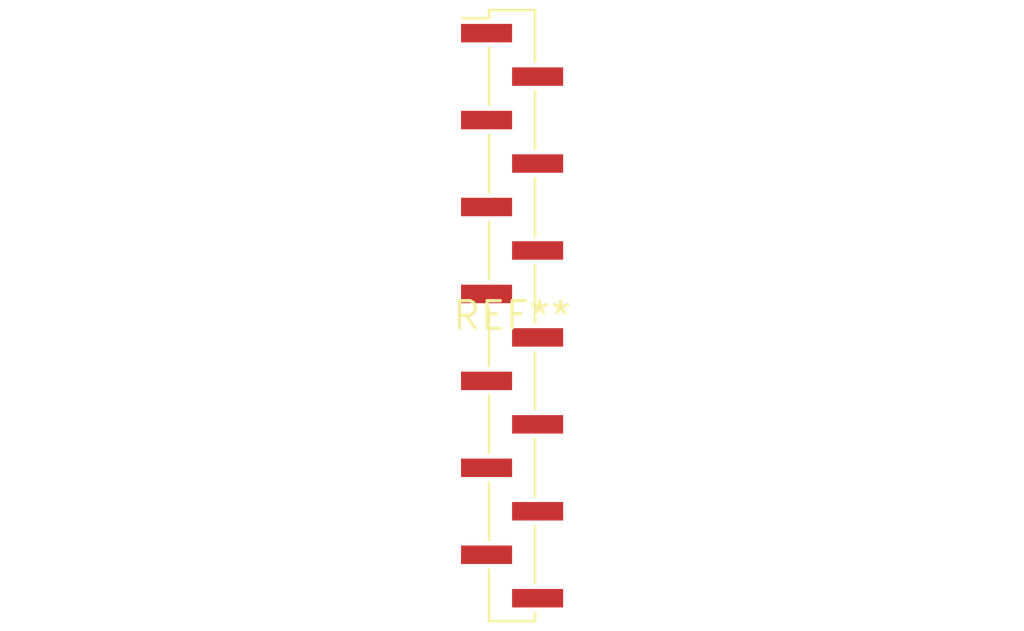
<source format=kicad_pcb>
(kicad_pcb (version 20240108) (generator pcbnew)
  (layers (0 "F.Cu" signal) (31 "B.Cu" signal) (34 "B.Paste" user) (35 "F.Paste" user) (36 "B.SilkS" user "B.Silkscreen") (37 "F.SilkS" user "F.Silkscreen") (38 "B.Mask" user) (39 "F.Mask" user) (44 "Edge.Cuts" user))
  (net 0 "")
  (footprint "PinHeader_1x14_P2.00mm_Vertical_SMD_Pin1Left" (layer "F.Cu") (at 0 0)
    (property "Reference" "REF**")
    (property "Value" "PinHeader_1x14_P2.00mm_Vertical_SMD_Pin1Left")
    (fp_line (start -1.06 -14.06) (end -1.06 -13.685) (layer "F.SilkS") (stroke (width 0.12)))
    (fp_line (start -1.06 -14.06) (end 1.06 -14.06) (layer "F.SilkS") (stroke (width 0.12)))
    (fp_line (start -1.06 -13.685) (end -2.29 -13.685) (layer "F.SilkS") (stroke (width 0.12)))
    (fp_line (start -1.06 -12.315) (end -1.06 -9.685) (layer "F.SilkS") (stroke (width 0.12)))
    (fp_line (start -1.06 -8.315) (end -1.06 -5.685) (layer "F.SilkS") (stroke (width 0.12)))
    (fp_line (start -1.06 -4.315) (end -1.06 -1.685) (layer "F.SilkS") (stroke (width 0.12)))
    (fp_line (start -1.06 -0.315) (end -1.06 2.315) (layer "F.SilkS") (stroke (width 0.12)))
    (fp_line (start -1.06 3.685) (end -1.06 6.315) (layer "F.SilkS") (stroke (width 0.12)))
    (fp_line (start -1.06 7.685) (end -1.06 10.315) (layer "F.SilkS") (stroke (width 0.12)))
    (fp_line (start -1.06 11.685) (end -1.06 14.06) (layer "F.SilkS") (stroke (width 0.12)))
    (fp_line (start -1.06 14.06) (end 1.06 14.06) (layer "F.SilkS") (stroke (width 0.12)))
    (fp_line (start 1.06 -14.06) (end 1.06 -11.685) (layer "F.SilkS") (stroke (width 0.12)))
    (fp_line (start 1.06 -10.315) (end 1.06 -7.685) (layer "F.SilkS") (stroke (width 0.12)))
    (fp_line (start 1.06 -6.315) (end 1.06 -3.685) (layer "F.SilkS") (stroke (width 0.12)))
    (fp_line (start 1.06 -2.315) (end 1.06 0.315) (layer "F.SilkS") (stroke (width 0.12)))
    (fp_line (start 1.06 1.685) (end 1.06 4.315) (layer "F.SilkS") (stroke (width 0.12)))
    (fp_line (start 1.06 5.685) (end 1.06 8.315) (layer "F.SilkS") (stroke (width 0.12)))
    (fp_line (start 1.06 9.685) (end 1.06 12.315) (layer "F.SilkS") (stroke (width 0.12)))
    (fp_line (start 1.06 13.685) (end 1.06 14.06) (layer "F.SilkS") (stroke (width 0.12)))
    (pad "1" smd rect (at -1.175 -13) (size 2.35 0.85) (layers "F.Cu" "F.Paste" "F.Mask"))
    (pad "2" smd rect (at 1.175 -11) (size 2.35 0.85) (layers "F.Cu" "F.Paste" "F.Mask"))
    (pad "3" smd rect (at -1.175 -9) (size 2.35 0.85) (layers "F.Cu" "F.Paste" "F.Mask"))
    (pad "4" smd rect (at 1.175 -7) (size 2.35 0.85) (layers "F.Cu" "F.Paste" "F.Mask"))
    (pad "5" smd rect (at -1.175 -5) (size 2.35 0.85) (layers "F.Cu" "F.Paste" "F.Mask"))
    (pad "6" smd rect (at 1.175 -3) (size 2.35 0.85) (layers "F.Cu" "F.Paste" "F.Mask"))
    (pad "7" smd rect (at -1.175 -1) (size 2.35 0.85) (layers "F.Cu" "F.Paste" "F.Mask"))
    (pad "8" smd rect (at 1.175 1) (size 2.35 0.85) (layers "F.Cu" "F.Paste" "F.Mask"))
    (pad "9" smd rect (at -1.175 3) (size 2.35 0.85) (layers "F.Cu" "F.Paste" "F.Mask"))
    (pad "10" smd rect (at 1.175 5) (size 2.35 0.85) (layers "F.Cu" "F.Paste" "F.Mask"))
    (pad "11" smd rect (at -1.175 7) (size 2.35 0.85) (layers "F.Cu" "F.Paste" "F.Mask"))
    (pad "12" smd rect (at 1.175 9) (size 2.35 0.85) (layers "F.Cu" "F.Paste" "F.Mask"))
    (pad "13" smd rect (at -1.175 11) (size 2.35 0.85) (layers "F.Cu" "F.Paste" "F.Mask"))
    (pad "14" smd rect (at 1.175 13) (size 2.35 0.85) (layers "F.Cu" "F.Paste" "F.Mask"))
  )
)
</source>
